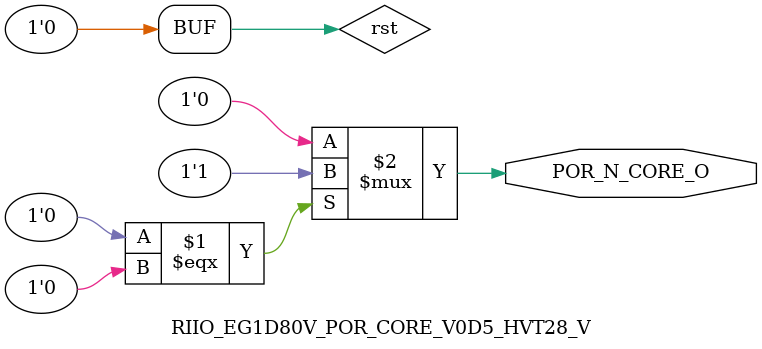
<source format=v>
`timescale 1ns/10ps
`celldefine
module RIIO_EG1D80V_POR_CORE_V0D5_HVT28_V(
	
		  POR_N_CORE_O
	
`ifdef USE_PG_PIN
		, VDDIO
		, VSSIO
		, VDD
		, VSS
		, VDD_POR
		, VSS_POR
`endif// USE_PG_PIN
);

	
	//outputs
output
`ifdef USE_AMS_EXTENSION
`ifdef INCA
    (* integer supplySensitivity = "VDD_POR";
	   integer groundSensitivity = "VSS_POR"; *)
`endif//INCA
`endif//USE_AMS_EXTENSION
  POR_N_CORE_O;



`ifdef USE_PG_PIN
	// supply
inout 
`ifdef USE_AMS_EXTENSION
`ifdef INCA
    (* integer inh_conn_prop_name = "vddio";
       integer inh_conn_def_value = "cds_globals.\\VDDIO! "; *)
`endif//INCA
`endif//USE_AMS_EXTENSION
  VDDIO;
inout 
`ifdef USE_AMS_EXTENSION
`ifdef INCA
    (* integer inh_conn_prop_name = "vssio";
       integer inh_conn_def_value = "cds_globals.\\VSSIO! "; *)
`endif//INCA
`endif//USE_AMS_EXTENSION
  VSSIO;
inout 
`ifdef USE_AMS_EXTENSION
`ifdef INCA
    (* integer inh_conn_prop_name = "vdd";
       integer inh_conn_def_value = "cds_globals.\\VDD! "; *)
`endif//INCA
`endif//USE_AMS_EXTENSION
  VDD;
inout 
`ifdef USE_AMS_EXTENSION
`ifdef INCA
    (* integer inh_conn_prop_name = "vss";
       integer inh_conn_def_value = "cds_globals.\\VSS! "; *)
`endif//INCA
`endif//USE_AMS_EXTENSION
  VSS;

inout 
`ifdef USE_AMS_EXTENSION
`ifdef INCA
    (* integer inh_conn_prop_name = "vdd_por";
       integer inh_conn_def_value = "cds_globals.\\VDD_POR! "; *)
`endif//INCA
`endif//USE_AMS_EXTENSION
  VDD_POR;
inout 
`ifdef USE_AMS_EXTENSION
`ifdef INCA
    (* integer inh_conn_prop_name = "vss_por";
       integer inh_conn_def_value = "cds_globals.\\VSS_POR! "; *)
`endif//INCA
`endif//USE_AMS_EXTENSION
  VSS_POR;
  
`endif// USE_PG_PIN


//////////////////////////////////////////////////////////
//MODEL
//////////////////////////////////////////////////////////

parameter DELAY = 20;

wire rst;
assign #(DELAY) rst = 1'b0;

assign POR_N_CORE_O = (rst===1'b0) ? 1'b1 : 1'b0;

endmodule
`endcelldefine

</source>
